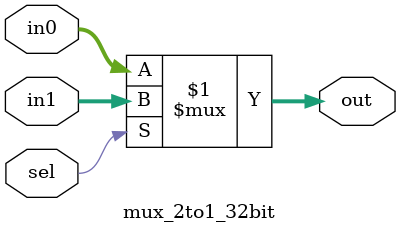
<source format=v>
`timescale 1ns / 1ps

module mux_2to1_32bit(
    input [31:0] in0,
    input [31:0] in1,
    input sel,
    output [31:0] out
    );

    assign out = (sel) ? in1 : in0;

endmodule

</source>
